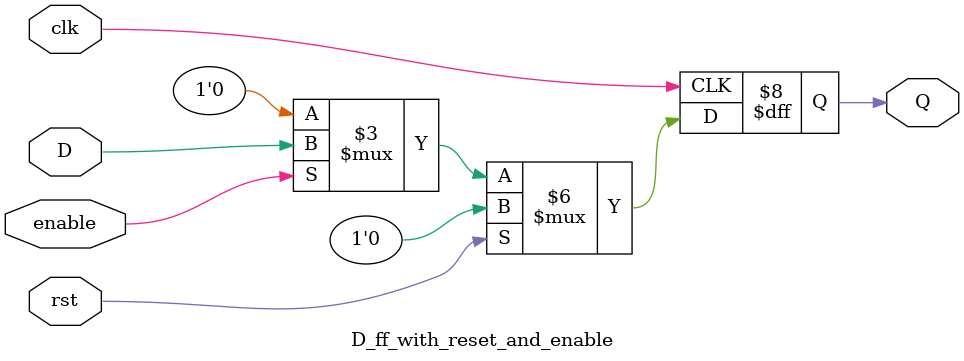
<source format=v>

module D_ff_with_reset_and_enable(
input D,rst,enable,clk,
output reg Q);
always@(posedge clk)
begin 
if(rst)
Q <= 1'b0;
else if(enable)
Q <= D;
else 
Q <= 1'b0;
end
endmodule

</source>
